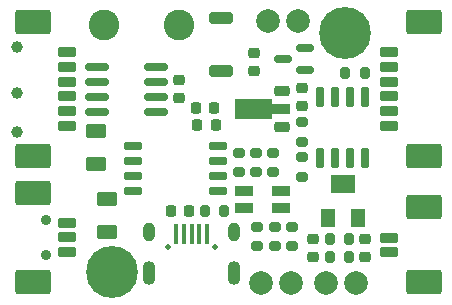
<source format=gts>
G04 #@! TF.GenerationSoftware,KiCad,Pcbnew,8.0.1*
G04 #@! TF.CreationDate,2024-03-30T02:10:16+03:00*
G04 #@! TF.ProjectId,Piezo module,5069657a-6f20-46d6-9f64-756c652e6b69,rev?*
G04 #@! TF.SameCoordinates,Original*
G04 #@! TF.FileFunction,Soldermask,Top*
G04 #@! TF.FilePolarity,Negative*
%FSLAX46Y46*%
G04 Gerber Fmt 4.6, Leading zero omitted, Abs format (unit mm)*
G04 Created by KiCad (PCBNEW 8.0.1) date 2024-03-30 02:10:16*
%MOMM*%
%LPD*%
G01*
G04 APERTURE LIST*
G04 Aperture macros list*
%AMRoundRect*
0 Rectangle with rounded corners*
0 $1 Rounding radius*
0 $2 $3 $4 $5 $6 $7 $8 $9 X,Y pos of 4 corners*
0 Add a 4 corners polygon primitive as box body*
4,1,4,$2,$3,$4,$5,$6,$7,$8,$9,$2,$3,0*
0 Add four circle primitives for the rounded corners*
1,1,$1+$1,$2,$3*
1,1,$1+$1,$4,$5*
1,1,$1+$1,$6,$7*
1,1,$1+$1,$8,$9*
0 Add four rect primitives between the rounded corners*
20,1,$1+$1,$2,$3,$4,$5,0*
20,1,$1+$1,$4,$5,$6,$7,0*
20,1,$1+$1,$6,$7,$8,$9,0*
20,1,$1+$1,$8,$9,$2,$3,0*%
%AMFreePoly0*
4,1,9,3.862500,-0.866500,0.737500,-0.866500,0.737500,-0.450000,-0.737500,-0.450000,-0.737500,0.450000,0.737500,0.450000,0.737500,0.866500,3.862500,0.866500,3.862500,-0.866500,3.862500,-0.866500,$1*%
G04 Aperture macros list end*
%ADD10R,1.500000X0.900000*%
%ADD11RoundRect,0.225000X-0.225000X-0.250000X0.225000X-0.250000X0.225000X0.250000X-0.225000X0.250000X0*%
%ADD12RoundRect,0.225000X-0.250000X0.225000X-0.250000X-0.225000X0.250000X-0.225000X0.250000X0.225000X0*%
%ADD13RoundRect,0.200000X-0.200000X-0.275000X0.200000X-0.275000X0.200000X0.275000X-0.200000X0.275000X0*%
%ADD14RoundRect,0.250000X-0.750000X-0.250000X0.750000X-0.250000X0.750000X0.250000X-0.750000X0.250000X0*%
%ADD15C,2.000000*%
%ADD16RoundRect,0.200000X0.275000X-0.200000X0.275000X0.200000X-0.275000X0.200000X-0.275000X-0.200000X0*%
%ADD17C,2.600000*%
%ADD18C,0.700000*%
%ADD19C,4.400000*%
%ADD20RoundRect,0.150000X-0.150000X0.725000X-0.150000X-0.725000X0.150000X-0.725000X0.150000X0.725000X0*%
%ADD21RoundRect,0.200000X0.600000X-0.200000X0.600000X0.200000X-0.600000X0.200000X-0.600000X-0.200000X0*%
%ADD22RoundRect,0.250001X1.249999X-0.799999X1.249999X0.799999X-1.249999X0.799999X-1.249999X-0.799999X0*%
%ADD23RoundRect,0.200000X-0.600000X0.200000X-0.600000X-0.200000X0.600000X-0.200000X0.600000X0.200000X0*%
%ADD24RoundRect,0.250001X-1.249999X0.799999X-1.249999X-0.799999X1.249999X-0.799999X1.249999X0.799999X0*%
%ADD25RoundRect,0.200000X-0.275000X0.200000X-0.275000X-0.200000X0.275000X-0.200000X0.275000X0.200000X0*%
%ADD26RoundRect,0.250000X0.625000X-0.375000X0.625000X0.375000X-0.625000X0.375000X-0.625000X-0.375000X0*%
%ADD27RoundRect,0.150000X0.825000X0.150000X-0.825000X0.150000X-0.825000X-0.150000X0.825000X-0.150000X0*%
%ADD28RoundRect,0.200000X0.200000X0.275000X-0.200000X0.275000X-0.200000X-0.275000X0.200000X-0.275000X0*%
%ADD29RoundRect,0.250000X-0.625000X0.375000X-0.625000X-0.375000X0.625000X-0.375000X0.625000X0.375000X0*%
%ADD30RoundRect,0.225000X0.425000X0.225000X-0.425000X0.225000X-0.425000X-0.225000X0.425000X-0.225000X0*%
%ADD31FreePoly0,180.000000*%
%ADD32C,0.500000*%
%ADD33R,0.400000X1.800000*%
%ADD34O,1.090000X2.000000*%
%ADD35O,1.050000X1.600000*%
%ADD36RoundRect,0.225000X0.250000X-0.225000X0.250000X0.225000X-0.250000X0.225000X-0.250000X-0.225000X0*%
%ADD37RoundRect,0.150000X0.587500X0.150000X-0.587500X0.150000X-0.587500X-0.150000X0.587500X-0.150000X0*%
%ADD38RoundRect,0.225000X0.225000X0.250000X-0.225000X0.250000X-0.225000X-0.250000X0.225000X-0.250000X0*%
%ADD39R,1.300000X1.600000*%
%ADD40R,2.000000X1.600000*%
%ADD41RoundRect,0.150000X-0.650000X-0.150000X0.650000X-0.150000X0.650000X0.150000X-0.650000X0.150000X0*%
%ADD42C,1.000000*%
%ADD43C,0.900000*%
G04 APERTURE END LIST*
D10*
X153117000Y-104263000D03*
X153117000Y-105663000D03*
X156217000Y-105663000D03*
X156217000Y-104263000D03*
D11*
X149171000Y-98654000D03*
X150721000Y-98654000D03*
D12*
X153961000Y-92543000D03*
X153961000Y-94093000D03*
D13*
X160359500Y-109800000D03*
X162009500Y-109800000D03*
D14*
X151139000Y-89625000D03*
X151139000Y-94075000D03*
D15*
X160085500Y-112035000D03*
X162625500Y-112035000D03*
D16*
X155717500Y-108923000D03*
X155717500Y-107273000D03*
D17*
X141266500Y-90195000D03*
X147646500Y-90195000D03*
D18*
X160023500Y-90845000D03*
X160506774Y-89678274D03*
X160506774Y-92011726D03*
X161673500Y-89195000D03*
D19*
X161673500Y-90845000D03*
D18*
X161673500Y-92495000D03*
X162840226Y-89678274D03*
X162840226Y-92011726D03*
X163323500Y-90845000D03*
D20*
X163335500Y-96291000D03*
X162065500Y-96291000D03*
X160795500Y-96291000D03*
X159525500Y-96291000D03*
X159525500Y-101441000D03*
X160795500Y-101441000D03*
X162065500Y-101441000D03*
X163335500Y-101441000D03*
D21*
X165430500Y-109440000D03*
X165430500Y-108190000D03*
D22*
X168330500Y-111990000D03*
X168330500Y-105640000D03*
D18*
X140274500Y-111085000D03*
X140757774Y-109918274D03*
X140757774Y-112251726D03*
X141924500Y-109435000D03*
D19*
X141924500Y-111085000D03*
D18*
X141924500Y-112735000D03*
X143091226Y-109918274D03*
X143091226Y-112251726D03*
X143574500Y-111085000D03*
D16*
X157211001Y-108925000D03*
X157211001Y-107275000D03*
D23*
X138164500Y-92490000D03*
X138164500Y-93740000D03*
X138164500Y-94990000D03*
X138164500Y-96240000D03*
X138164500Y-97490000D03*
X138164500Y-98740000D03*
D24*
X135264500Y-89940000D03*
X135264500Y-101290000D03*
D25*
X155612000Y-101007000D03*
X155612000Y-102657000D03*
D26*
X140591000Y-101995000D03*
X140591000Y-99195000D03*
D27*
X145641000Y-97520000D03*
X145641000Y-96250000D03*
X145641000Y-94980000D03*
X145641000Y-93710000D03*
X140691000Y-93710000D03*
X140691000Y-94980000D03*
X140691000Y-96250000D03*
X140691000Y-97520000D03*
D16*
X154223999Y-108924000D03*
X154223999Y-107274000D03*
D28*
X162009500Y-108300000D03*
X160359500Y-108300000D03*
D29*
X141522000Y-104924000D03*
X141522000Y-107724000D03*
D16*
X154149000Y-102657000D03*
X154149000Y-101007000D03*
D30*
X156365000Y-98802500D03*
D31*
X156277500Y-97302500D03*
D30*
X156365000Y-95802500D03*
D32*
X150694500Y-109010000D03*
X146694500Y-109010000D03*
D33*
X147394500Y-107910000D03*
X148044500Y-107910000D03*
X148694500Y-107910000D03*
X149344500Y-107910000D03*
X149994500Y-107910000D03*
D34*
X152294500Y-111160000D03*
D35*
X152294500Y-107710000D03*
D34*
X145094500Y-111160000D03*
D35*
X145094500Y-107710000D03*
D11*
X149033000Y-97191000D03*
X150583000Y-97191000D03*
D21*
X165430500Y-98740000D03*
X165430500Y-97490000D03*
X165430500Y-96240000D03*
X165430500Y-94990000D03*
X165430500Y-93740000D03*
X165430500Y-92490000D03*
D22*
X168330500Y-101290000D03*
X168330500Y-89940000D03*
D28*
X151459000Y-105944000D03*
X149809000Y-105944000D03*
D15*
X154543500Y-112035000D03*
X157083500Y-112035000D03*
D12*
X163397500Y-108275000D03*
X163397500Y-109825000D03*
D16*
X157996000Y-100069000D03*
X157996000Y-98419000D03*
D36*
X157996000Y-97056000D03*
X157996000Y-95506000D03*
D37*
X158299500Y-94046500D03*
X158299500Y-92146500D03*
X156424500Y-93096500D03*
D23*
X138164500Y-106935000D03*
X138164500Y-108185000D03*
X138164500Y-109435000D03*
D24*
X135264500Y-104385000D03*
X135264500Y-111985000D03*
D28*
X163334000Y-94286000D03*
X161684000Y-94286000D03*
D38*
X148446000Y-105944000D03*
X146896000Y-105944000D03*
D39*
X160229500Y-106517000D03*
D40*
X161479500Y-103617000D03*
D39*
X162729500Y-106517000D03*
D16*
X152687000Y-102657000D03*
X152687000Y-101007000D03*
D36*
X147597000Y-96390000D03*
X147597000Y-94840000D03*
D16*
X157996000Y-103030000D03*
X157996000Y-101380000D03*
D41*
X143705000Y-100448000D03*
X143705000Y-101718000D03*
X143705000Y-102988000D03*
X143705000Y-104258000D03*
X150905000Y-104258000D03*
X150905000Y-102988000D03*
X150905000Y-101718000D03*
X150905000Y-100448000D03*
D36*
X158972500Y-109825000D03*
X158972500Y-108275000D03*
D15*
X155174500Y-89895000D03*
X157714500Y-89895000D03*
D42*
X133872000Y-99218000D03*
X133872000Y-92032000D03*
X133872000Y-95967000D03*
D43*
X136364500Y-109685000D03*
X136364500Y-106685000D03*
M02*

</source>
